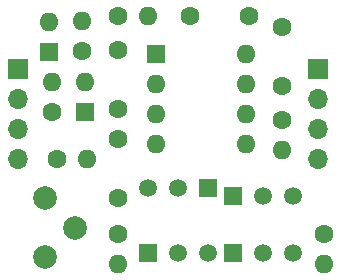
<source format=gts>
%TF.GenerationSoftware,KiCad,Pcbnew,7.0.2-0*%
%TF.CreationDate,2023-07-19T22:29:02+01:00*%
%TF.ProjectId,serge-gain-cell,73657267-652d-4676-9169-6e2d63656c6c,rev?*%
%TF.SameCoordinates,Original*%
%TF.FileFunction,Soldermask,Top*%
%TF.FilePolarity,Negative*%
%FSLAX46Y46*%
G04 Gerber Fmt 4.6, Leading zero omitted, Abs format (unit mm)*
G04 Created by KiCad (PCBNEW 7.0.2-0) date 2023-07-19 22:29:02*
%MOMM*%
%LPD*%
G01*
G04 APERTURE LIST*
%ADD10C,1.600000*%
%ADD11O,1.600000X1.600000*%
%ADD12R,1.500000X1.500000*%
%ADD13C,1.500000*%
%ADD14C,2.000000*%
%ADD15R,1.600000X1.600000*%
%ADD16R,1.700000X1.700000*%
%ADD17O,1.700000X1.700000*%
G04 APERTURE END LIST*
D10*
%TO.C,C2*%
X179120800Y-101266000D03*
X179120800Y-96266000D03*
%TD*%
%TO.C,C4*%
X165227000Y-105791000D03*
X165227000Y-110791000D03*
%TD*%
%TO.C,R7*%
X179120800Y-104140000D03*
D11*
X179120800Y-106680000D03*
%TD*%
D10*
%TO.C,R2*%
X162179000Y-98327000D03*
D11*
X162179000Y-95787000D03*
%TD*%
D12*
%TO.C,Q1*%
X167792400Y-115417600D03*
D13*
X170332400Y-115417600D03*
X172872400Y-115417600D03*
%TD*%
D10*
%TO.C,C3*%
X176276000Y-95377000D03*
X171276000Y-95377000D03*
%TD*%
D14*
%TO.C,RV1*%
X159074800Y-110784000D03*
X161574800Y-113284000D03*
X159074800Y-115784000D03*
%TD*%
D10*
%TO.C,R4*%
X160020000Y-107442000D03*
D11*
X162560000Y-107442000D03*
%TD*%
D10*
%TO.C,R5*%
X182626000Y-113792000D03*
D11*
X182626000Y-116332000D03*
%TD*%
%TO.C,D1*%
X159385000Y-95885000D03*
D15*
X159385000Y-98425000D03*
%TD*%
D10*
%TO.C,C1*%
X165227000Y-98247200D03*
X165227000Y-103247200D03*
%TD*%
D13*
%TO.C,Q2*%
X167792400Y-109880400D03*
X170332400Y-109880400D03*
D12*
X172872400Y-109880400D03*
%TD*%
D11*
%TO.C,R3*%
X167763400Y-95377000D03*
D10*
X165223400Y-95377000D03*
%TD*%
D13*
%TO.C,Q4*%
X180035200Y-110591600D03*
X177495200Y-110591600D03*
D12*
X174955200Y-110591600D03*
%TD*%
D10*
%TO.C,R1*%
X159639000Y-103505000D03*
D11*
X159639000Y-100965000D03*
%TD*%
D10*
%TO.C,R6*%
X165201600Y-113792000D03*
D11*
X165201600Y-116332000D03*
%TD*%
%TO.C,U1*%
X176022000Y-98552000D03*
X176022000Y-101092000D03*
X176022000Y-103632000D03*
X176022000Y-106172000D03*
X168402000Y-106172000D03*
X168402000Y-103632000D03*
X168402000Y-101092000D03*
D15*
X168402000Y-98552000D03*
%TD*%
D11*
%TO.C,D2*%
X162433000Y-100965000D03*
D15*
X162433000Y-103505000D03*
%TD*%
D12*
%TO.C,Q3*%
X174955200Y-115417600D03*
D13*
X177495200Y-115417600D03*
X180035200Y-115417600D03*
%TD*%
D16*
%TO.C,J2*%
X182168800Y-99822000D03*
D17*
X182168800Y-102362000D03*
X182168800Y-104902000D03*
X182168800Y-107442000D03*
%TD*%
%TO.C,J3*%
X156768800Y-107442000D03*
X156768800Y-104902000D03*
X156768800Y-102362000D03*
D16*
X156768800Y-99822000D03*
%TD*%
M02*

</source>
